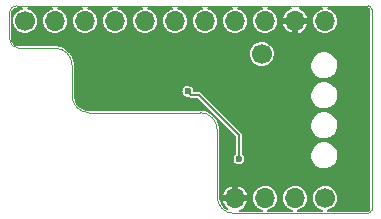
<source format=gbl>
G04 #@! TF.GenerationSoftware,KiCad,Pcbnew,6.0.0-d3dd2cf0fa~116~ubuntu20.04.1*
G04 #@! TF.CreationDate,2022-01-19T00:38:56+01:00*
G04 #@! TF.ProjectId,OtterPill-CAN,4f747465-7250-4696-9c6c-2d43414e2e6b,rev?*
G04 #@! TF.SameCoordinates,Original*
G04 #@! TF.FileFunction,Copper,L2,Bot*
G04 #@! TF.FilePolarity,Positive*
%FSLAX46Y46*%
G04 Gerber Fmt 4.6, Leading zero omitted, Abs format (unit mm)*
G04 Created by KiCad (PCBNEW 6.0.0-d3dd2cf0fa~116~ubuntu20.04.1) date 2022-01-19 00:38:56*
%MOMM*%
%LPD*%
G01*
G04 APERTURE LIST*
G04 #@! TA.AperFunction,Profile*
%ADD10C,0.050000*%
G04 #@! TD*
G04 #@! TA.AperFunction,ComponentPad*
%ADD11C,1.700000*%
G04 #@! TD*
G04 #@! TA.AperFunction,ComponentPad*
%ADD12O,1.700000X1.700000*%
G04 #@! TD*
G04 #@! TA.AperFunction,ViaPad*
%ADD13C,0.600000*%
G04 #@! TD*
G04 #@! TA.AperFunction,Conductor*
%ADD14C,0.157000*%
G04 #@! TD*
G04 APERTURE END LIST*
D10*
X62900000Y-37400000D02*
G75*
G03*
X63200000Y-37100000I0J300000D01*
G01*
X63200000Y-20100000D02*
G75*
G03*
X62900000Y-19800000I-300000J0D01*
G01*
X33140000Y-19800000D02*
G75*
G03*
X32530000Y-20410000I0J-610000D01*
G01*
X33320000Y-23405246D02*
X36404426Y-23405246D01*
X32530000Y-22615246D02*
G75*
G03*
X33320000Y-23405246I790000J0D01*
G01*
X37834459Y-24835279D02*
G75*
G03*
X36404426Y-23405246I-1430033J0D01*
G01*
X37834459Y-27430000D02*
X37834459Y-24835279D01*
X50115574Y-35969966D02*
G75*
G03*
X51545608Y-37400000I1430034J0D01*
G01*
X37834459Y-27430000D02*
G75*
G03*
X39264493Y-28860034I1430034J0D01*
G01*
X48685540Y-28860000D02*
X39264493Y-28860034D01*
X50115574Y-30290034D02*
G75*
G03*
X48685540Y-28860000I-1430034J0D01*
G01*
X50115574Y-35969966D02*
X50115574Y-30290034D01*
X32530000Y-20410000D02*
X32530000Y-22615246D01*
X62900000Y-19800000D02*
X33140000Y-19800000D01*
X63200000Y-20100000D02*
X63200000Y-37100000D01*
X51545608Y-37400000D02*
X62900000Y-37400000D01*
D11*
X53900000Y-23900000D03*
X59260000Y-36100000D03*
D12*
X56720000Y-36100000D03*
X54180000Y-36100000D03*
X51640000Y-36100000D03*
D11*
X33860000Y-21100000D03*
D12*
X36400000Y-21100000D03*
X38940000Y-21100000D03*
X41480000Y-21100000D03*
X44020000Y-21100000D03*
X46560000Y-21100000D03*
X49100000Y-21100000D03*
X51640000Y-21100000D03*
X54180000Y-21100000D03*
X56720000Y-21100000D03*
X59260000Y-21100000D03*
D13*
X57610000Y-27350000D03*
X57620000Y-29850000D03*
X56590000Y-27350000D03*
X56560000Y-29870000D03*
X58280000Y-28610000D03*
X45910000Y-25330000D03*
X46020000Y-27880000D03*
X42350000Y-23850000D03*
X46920000Y-23920000D03*
X56230000Y-24620000D03*
X53720000Y-27330000D03*
X53710000Y-29840000D03*
X40110000Y-23460000D03*
X38050000Y-23590000D03*
X39920000Y-28090000D03*
X54310000Y-33110000D03*
X57660000Y-33420000D03*
X51970000Y-32770000D03*
X47650000Y-27070000D03*
D14*
X47949999Y-27369999D02*
X48599999Y-27369999D01*
X47650000Y-27070000D02*
X47949999Y-27369999D01*
X51970000Y-30740000D02*
X51970000Y-32770000D01*
X48599999Y-27369999D02*
X51970000Y-30740000D01*
G04 #@! TA.AperFunction,Conductor*
G36*
X33687056Y-19975132D02*
G01*
X33713563Y-20021042D01*
X33704357Y-20073250D01*
X33659121Y-20108847D01*
X33584290Y-20130871D01*
X33480758Y-20161342D01*
X33305661Y-20252881D01*
X33302710Y-20255254D01*
X33302708Y-20255255D01*
X33243486Y-20302871D01*
X33151678Y-20376686D01*
X33149243Y-20379588D01*
X33149242Y-20379589D01*
X33031859Y-20519482D01*
X33024676Y-20528042D01*
X33022853Y-20531358D01*
X33022851Y-20531361D01*
X32958641Y-20648158D01*
X32929490Y-20701183D01*
X32869748Y-20889515D01*
X32847724Y-21085865D01*
X32864257Y-21282753D01*
X32918718Y-21472680D01*
X32940499Y-21515061D01*
X33007298Y-21645041D01*
X33007301Y-21645045D01*
X33009031Y-21648412D01*
X33131758Y-21803255D01*
X33134645Y-21805712D01*
X33134647Y-21805714D01*
X33169505Y-21835380D01*
X33282224Y-21931311D01*
X33454697Y-22027703D01*
X33458300Y-22028874D01*
X33458303Y-22028875D01*
X33499157Y-22042149D01*
X33642607Y-22088759D01*
X33646363Y-22089207D01*
X33646368Y-22089208D01*
X33752538Y-22101867D01*
X33838798Y-22112153D01*
X33937298Y-22104574D01*
X34032021Y-22097286D01*
X34032026Y-22097285D01*
X34035797Y-22096995D01*
X34150447Y-22064984D01*
X34222444Y-22044882D01*
X34222446Y-22044881D01*
X34226100Y-22043861D01*
X34402458Y-21954776D01*
X34558154Y-21833133D01*
X34687257Y-21683566D01*
X34784851Y-21511770D01*
X34793838Y-21484755D01*
X34846022Y-21327883D01*
X34846022Y-21327881D01*
X34847217Y-21324290D01*
X34852005Y-21286393D01*
X34858059Y-21238463D01*
X34871980Y-21128267D01*
X34872375Y-21100000D01*
X34853094Y-20903362D01*
X34795987Y-20714214D01*
X34703229Y-20539760D01*
X34586096Y-20396141D01*
X34580750Y-20389586D01*
X34580749Y-20389585D01*
X34578352Y-20386646D01*
X34575434Y-20384232D01*
X34575430Y-20384228D01*
X34429037Y-20263122D01*
X34426113Y-20260703D01*
X34252311Y-20166729D01*
X34231449Y-20160271D01*
X34085401Y-20115062D01*
X34064312Y-20108534D01*
X34022085Y-20076483D01*
X34010340Y-20024787D01*
X34034572Y-19977636D01*
X34087229Y-19957000D01*
X36177240Y-19957000D01*
X36227056Y-19975132D01*
X36253563Y-20021042D01*
X36244357Y-20073250D01*
X36199121Y-20108847D01*
X36124290Y-20130871D01*
X36020758Y-20161342D01*
X35845661Y-20252881D01*
X35842710Y-20255254D01*
X35842708Y-20255255D01*
X35783486Y-20302871D01*
X35691678Y-20376686D01*
X35689243Y-20379588D01*
X35689242Y-20379589D01*
X35571859Y-20519482D01*
X35564676Y-20528042D01*
X35562853Y-20531358D01*
X35562851Y-20531361D01*
X35498641Y-20648158D01*
X35469490Y-20701183D01*
X35409748Y-20889515D01*
X35387724Y-21085865D01*
X35404257Y-21282753D01*
X35458718Y-21472680D01*
X35480499Y-21515061D01*
X35547298Y-21645041D01*
X35547301Y-21645045D01*
X35549031Y-21648412D01*
X35671758Y-21803255D01*
X35674645Y-21805712D01*
X35674647Y-21805714D01*
X35709505Y-21835380D01*
X35822224Y-21931311D01*
X35994697Y-22027703D01*
X35998300Y-22028874D01*
X35998303Y-22028875D01*
X36039157Y-22042149D01*
X36182607Y-22088759D01*
X36186363Y-22089207D01*
X36186368Y-22089208D01*
X36292538Y-22101867D01*
X36378798Y-22112153D01*
X36477298Y-22104574D01*
X36572021Y-22097286D01*
X36572026Y-22097285D01*
X36575797Y-22096995D01*
X36690447Y-22064984D01*
X36762444Y-22044882D01*
X36762446Y-22044881D01*
X36766100Y-22043861D01*
X36942458Y-21954776D01*
X37098154Y-21833133D01*
X37227257Y-21683566D01*
X37324851Y-21511770D01*
X37333838Y-21484755D01*
X37386022Y-21327883D01*
X37386022Y-21327881D01*
X37387217Y-21324290D01*
X37392005Y-21286393D01*
X37398059Y-21238463D01*
X37411980Y-21128267D01*
X37412375Y-21100000D01*
X37393094Y-20903362D01*
X37335987Y-20714214D01*
X37243229Y-20539760D01*
X37126096Y-20396141D01*
X37120750Y-20389586D01*
X37120749Y-20389585D01*
X37118352Y-20386646D01*
X37115434Y-20384232D01*
X37115430Y-20384228D01*
X36969037Y-20263122D01*
X36966113Y-20260703D01*
X36792311Y-20166729D01*
X36771449Y-20160271D01*
X36625401Y-20115062D01*
X36604312Y-20108534D01*
X36562085Y-20076483D01*
X36550340Y-20024787D01*
X36574572Y-19977636D01*
X36627229Y-19957000D01*
X38717240Y-19957000D01*
X38767056Y-19975132D01*
X38793563Y-20021042D01*
X38784357Y-20073250D01*
X38739121Y-20108847D01*
X38664290Y-20130871D01*
X38560758Y-20161342D01*
X38385661Y-20252881D01*
X38382710Y-20255254D01*
X38382708Y-20255255D01*
X38323486Y-20302871D01*
X38231678Y-20376686D01*
X38229243Y-20379588D01*
X38229242Y-20379589D01*
X38111859Y-20519482D01*
X38104676Y-20528042D01*
X38102853Y-20531358D01*
X38102851Y-20531361D01*
X38038641Y-20648158D01*
X38009490Y-20701183D01*
X37949748Y-20889515D01*
X37927724Y-21085865D01*
X37944257Y-21282753D01*
X37998718Y-21472680D01*
X38020499Y-21515061D01*
X38087298Y-21645041D01*
X38087301Y-21645045D01*
X38089031Y-21648412D01*
X38211758Y-21803255D01*
X38214645Y-21805712D01*
X38214647Y-21805714D01*
X38249505Y-21835380D01*
X38362224Y-21931311D01*
X38534697Y-22027703D01*
X38538300Y-22028874D01*
X38538303Y-22028875D01*
X38579157Y-22042149D01*
X38722607Y-22088759D01*
X38726363Y-22089207D01*
X38726368Y-22089208D01*
X38832538Y-22101867D01*
X38918798Y-22112153D01*
X39017298Y-22104574D01*
X39112021Y-22097286D01*
X39112026Y-22097285D01*
X39115797Y-22096995D01*
X39230447Y-22064984D01*
X39302444Y-22044882D01*
X39302446Y-22044881D01*
X39306100Y-22043861D01*
X39482458Y-21954776D01*
X39638154Y-21833133D01*
X39767257Y-21683566D01*
X39864851Y-21511770D01*
X39873838Y-21484755D01*
X39926022Y-21327883D01*
X39926022Y-21327881D01*
X39927217Y-21324290D01*
X39932005Y-21286393D01*
X39938059Y-21238463D01*
X39951980Y-21128267D01*
X39952375Y-21100000D01*
X39933094Y-20903362D01*
X39875987Y-20714214D01*
X39783229Y-20539760D01*
X39666096Y-20396141D01*
X39660750Y-20389586D01*
X39660749Y-20389585D01*
X39658352Y-20386646D01*
X39655434Y-20384232D01*
X39655430Y-20384228D01*
X39509037Y-20263122D01*
X39506113Y-20260703D01*
X39332311Y-20166729D01*
X39311449Y-20160271D01*
X39165401Y-20115062D01*
X39144312Y-20108534D01*
X39102085Y-20076483D01*
X39090340Y-20024787D01*
X39114572Y-19977636D01*
X39167229Y-19957000D01*
X41257240Y-19957000D01*
X41307056Y-19975132D01*
X41333563Y-20021042D01*
X41324357Y-20073250D01*
X41279121Y-20108847D01*
X41204290Y-20130871D01*
X41100758Y-20161342D01*
X40925661Y-20252881D01*
X40922710Y-20255254D01*
X40922708Y-20255255D01*
X40863486Y-20302871D01*
X40771678Y-20376686D01*
X40769243Y-20379588D01*
X40769242Y-20379589D01*
X40651859Y-20519482D01*
X40644676Y-20528042D01*
X40642853Y-20531358D01*
X40642851Y-20531361D01*
X40578641Y-20648158D01*
X40549490Y-20701183D01*
X40489748Y-20889515D01*
X40467724Y-21085865D01*
X40484257Y-21282753D01*
X40538718Y-21472680D01*
X40560499Y-21515061D01*
X40627298Y-21645041D01*
X40627301Y-21645045D01*
X40629031Y-21648412D01*
X40751758Y-21803255D01*
X40754645Y-21805712D01*
X40754647Y-21805714D01*
X40789505Y-21835380D01*
X40902224Y-21931311D01*
X41074697Y-22027703D01*
X41078300Y-22028874D01*
X41078303Y-22028875D01*
X41119157Y-22042149D01*
X41262607Y-22088759D01*
X41266363Y-22089207D01*
X41266368Y-22089208D01*
X41372538Y-22101867D01*
X41458798Y-22112153D01*
X41557298Y-22104574D01*
X41652021Y-22097286D01*
X41652026Y-22097285D01*
X41655797Y-22096995D01*
X41770447Y-22064984D01*
X41842444Y-22044882D01*
X41842446Y-22044881D01*
X41846100Y-22043861D01*
X42022458Y-21954776D01*
X42178154Y-21833133D01*
X42307257Y-21683566D01*
X42404851Y-21511770D01*
X42413838Y-21484755D01*
X42466022Y-21327883D01*
X42466022Y-21327881D01*
X42467217Y-21324290D01*
X42472005Y-21286393D01*
X42478059Y-21238463D01*
X42491980Y-21128267D01*
X42492375Y-21100000D01*
X42473094Y-20903362D01*
X42415987Y-20714214D01*
X42323229Y-20539760D01*
X42206096Y-20396141D01*
X42200750Y-20389586D01*
X42200749Y-20389585D01*
X42198352Y-20386646D01*
X42195434Y-20384232D01*
X42195430Y-20384228D01*
X42049037Y-20263122D01*
X42046113Y-20260703D01*
X41872311Y-20166729D01*
X41851449Y-20160271D01*
X41705401Y-20115062D01*
X41684312Y-20108534D01*
X41642085Y-20076483D01*
X41630340Y-20024787D01*
X41654572Y-19977636D01*
X41707229Y-19957000D01*
X43797240Y-19957000D01*
X43847056Y-19975132D01*
X43873563Y-20021042D01*
X43864357Y-20073250D01*
X43819121Y-20108847D01*
X43744290Y-20130871D01*
X43640758Y-20161342D01*
X43465661Y-20252881D01*
X43462710Y-20255254D01*
X43462708Y-20255255D01*
X43403486Y-20302871D01*
X43311678Y-20376686D01*
X43309243Y-20379588D01*
X43309242Y-20379589D01*
X43191859Y-20519482D01*
X43184676Y-20528042D01*
X43182853Y-20531358D01*
X43182851Y-20531361D01*
X43118641Y-20648158D01*
X43089490Y-20701183D01*
X43029748Y-20889515D01*
X43007724Y-21085865D01*
X43024257Y-21282753D01*
X43078718Y-21472680D01*
X43100499Y-21515061D01*
X43167298Y-21645041D01*
X43167301Y-21645045D01*
X43169031Y-21648412D01*
X43291758Y-21803255D01*
X43294645Y-21805712D01*
X43294647Y-21805714D01*
X43329505Y-21835380D01*
X43442224Y-21931311D01*
X43614697Y-22027703D01*
X43618300Y-22028874D01*
X43618303Y-22028875D01*
X43659157Y-22042149D01*
X43802607Y-22088759D01*
X43806363Y-22089207D01*
X43806368Y-22089208D01*
X43912538Y-22101867D01*
X43998798Y-22112153D01*
X44097298Y-22104574D01*
X44192021Y-22097286D01*
X44192026Y-22097285D01*
X44195797Y-22096995D01*
X44310447Y-22064984D01*
X44382444Y-22044882D01*
X44382446Y-22044881D01*
X44386100Y-22043861D01*
X44562458Y-21954776D01*
X44718154Y-21833133D01*
X44847257Y-21683566D01*
X44944851Y-21511770D01*
X44953838Y-21484755D01*
X45006022Y-21327883D01*
X45006022Y-21327881D01*
X45007217Y-21324290D01*
X45012005Y-21286393D01*
X45018059Y-21238463D01*
X45031980Y-21128267D01*
X45032375Y-21100000D01*
X45013094Y-20903362D01*
X44955987Y-20714214D01*
X44863229Y-20539760D01*
X44746096Y-20396141D01*
X44740750Y-20389586D01*
X44740749Y-20389585D01*
X44738352Y-20386646D01*
X44735434Y-20384232D01*
X44735430Y-20384228D01*
X44589037Y-20263122D01*
X44586113Y-20260703D01*
X44412311Y-20166729D01*
X44391449Y-20160271D01*
X44245401Y-20115062D01*
X44224312Y-20108534D01*
X44182085Y-20076483D01*
X44170340Y-20024787D01*
X44194572Y-19977636D01*
X44247229Y-19957000D01*
X46337240Y-19957000D01*
X46387056Y-19975132D01*
X46413563Y-20021042D01*
X46404357Y-20073250D01*
X46359121Y-20108847D01*
X46284290Y-20130871D01*
X46180758Y-20161342D01*
X46005661Y-20252881D01*
X46002710Y-20255254D01*
X46002708Y-20255255D01*
X45943486Y-20302871D01*
X45851678Y-20376686D01*
X45849243Y-20379588D01*
X45849242Y-20379589D01*
X45731859Y-20519482D01*
X45724676Y-20528042D01*
X45722853Y-20531358D01*
X45722851Y-20531361D01*
X45658641Y-20648158D01*
X45629490Y-20701183D01*
X45569748Y-20889515D01*
X45547724Y-21085865D01*
X45564257Y-21282753D01*
X45618718Y-21472680D01*
X45640499Y-21515061D01*
X45707298Y-21645041D01*
X45707301Y-21645045D01*
X45709031Y-21648412D01*
X45831758Y-21803255D01*
X45834645Y-21805712D01*
X45834647Y-21805714D01*
X45869505Y-21835380D01*
X45982224Y-21931311D01*
X46154697Y-22027703D01*
X46158300Y-22028874D01*
X46158303Y-22028875D01*
X46199157Y-22042149D01*
X46342607Y-22088759D01*
X46346363Y-22089207D01*
X46346368Y-22089208D01*
X46452538Y-22101867D01*
X46538798Y-22112153D01*
X46637298Y-22104574D01*
X46732021Y-22097286D01*
X46732026Y-22097285D01*
X46735797Y-22096995D01*
X46850447Y-22064984D01*
X46922444Y-22044882D01*
X46922446Y-22044881D01*
X46926100Y-22043861D01*
X47102458Y-21954776D01*
X47258154Y-21833133D01*
X47387257Y-21683566D01*
X47484851Y-21511770D01*
X47493838Y-21484755D01*
X47546022Y-21327883D01*
X47546022Y-21327881D01*
X47547217Y-21324290D01*
X47552005Y-21286393D01*
X47558059Y-21238463D01*
X47571980Y-21128267D01*
X47572375Y-21100000D01*
X47553094Y-20903362D01*
X47495987Y-20714214D01*
X47403229Y-20539760D01*
X47286096Y-20396141D01*
X47280750Y-20389586D01*
X47280749Y-20389585D01*
X47278352Y-20386646D01*
X47275434Y-20384232D01*
X47275430Y-20384228D01*
X47129037Y-20263122D01*
X47126113Y-20260703D01*
X46952311Y-20166729D01*
X46931449Y-20160271D01*
X46785401Y-20115062D01*
X46764312Y-20108534D01*
X46722085Y-20076483D01*
X46710340Y-20024787D01*
X46734572Y-19977636D01*
X46787229Y-19957000D01*
X48877240Y-19957000D01*
X48927056Y-19975132D01*
X48953563Y-20021042D01*
X48944357Y-20073250D01*
X48899121Y-20108847D01*
X48824290Y-20130871D01*
X48720758Y-20161342D01*
X48545661Y-20252881D01*
X48542710Y-20255254D01*
X48542708Y-20255255D01*
X48483486Y-20302871D01*
X48391678Y-20376686D01*
X48389243Y-20379588D01*
X48389242Y-20379589D01*
X48271859Y-20519482D01*
X48264676Y-20528042D01*
X48262853Y-20531358D01*
X48262851Y-20531361D01*
X48198641Y-20648158D01*
X48169490Y-20701183D01*
X48109748Y-20889515D01*
X48087724Y-21085865D01*
X48104257Y-21282753D01*
X48158718Y-21472680D01*
X48180499Y-21515061D01*
X48247298Y-21645041D01*
X48247301Y-21645045D01*
X48249031Y-21648412D01*
X48371758Y-21803255D01*
X48374645Y-21805712D01*
X48374647Y-21805714D01*
X48409505Y-21835380D01*
X48522224Y-21931311D01*
X48694697Y-22027703D01*
X48698300Y-22028874D01*
X48698303Y-22028875D01*
X48739157Y-22042149D01*
X48882607Y-22088759D01*
X48886363Y-22089207D01*
X48886368Y-22089208D01*
X48992538Y-22101867D01*
X49078798Y-22112153D01*
X49177298Y-22104574D01*
X49272021Y-22097286D01*
X49272026Y-22097285D01*
X49275797Y-22096995D01*
X49390447Y-22064984D01*
X49462444Y-22044882D01*
X49462446Y-22044881D01*
X49466100Y-22043861D01*
X49642458Y-21954776D01*
X49798154Y-21833133D01*
X49927257Y-21683566D01*
X50024851Y-21511770D01*
X50033838Y-21484755D01*
X50086022Y-21327883D01*
X50086022Y-21327881D01*
X50087217Y-21324290D01*
X50092005Y-21286393D01*
X50098059Y-21238463D01*
X50111980Y-21128267D01*
X50112375Y-21100000D01*
X50093094Y-20903362D01*
X50035987Y-20714214D01*
X49943229Y-20539760D01*
X49826096Y-20396141D01*
X49820750Y-20389586D01*
X49820749Y-20389585D01*
X49818352Y-20386646D01*
X49815434Y-20384232D01*
X49815430Y-20384228D01*
X49669037Y-20263122D01*
X49666113Y-20260703D01*
X49492311Y-20166729D01*
X49471449Y-20160271D01*
X49325401Y-20115062D01*
X49304312Y-20108534D01*
X49262085Y-20076483D01*
X49250340Y-20024787D01*
X49274572Y-19977636D01*
X49327229Y-19957000D01*
X51417240Y-19957000D01*
X51467056Y-19975132D01*
X51493563Y-20021042D01*
X51484357Y-20073250D01*
X51439121Y-20108847D01*
X51364290Y-20130871D01*
X51260758Y-20161342D01*
X51085661Y-20252881D01*
X51082710Y-20255254D01*
X51082708Y-20255255D01*
X51023486Y-20302871D01*
X50931678Y-20376686D01*
X50929243Y-20379588D01*
X50929242Y-20379589D01*
X50811859Y-20519482D01*
X50804676Y-20528042D01*
X50802853Y-20531358D01*
X50802851Y-20531361D01*
X50738641Y-20648158D01*
X50709490Y-20701183D01*
X50649748Y-20889515D01*
X50627724Y-21085865D01*
X50644257Y-21282753D01*
X50698718Y-21472680D01*
X50720499Y-21515061D01*
X50787298Y-21645041D01*
X50787301Y-21645045D01*
X50789031Y-21648412D01*
X50911758Y-21803255D01*
X50914645Y-21805712D01*
X50914647Y-21805714D01*
X50949505Y-21835380D01*
X51062224Y-21931311D01*
X51234697Y-22027703D01*
X51238300Y-22028874D01*
X51238303Y-22028875D01*
X51279157Y-22042149D01*
X51422607Y-22088759D01*
X51426363Y-22089207D01*
X51426368Y-22089208D01*
X51532538Y-22101867D01*
X51618798Y-22112153D01*
X51717298Y-22104574D01*
X51812021Y-22097286D01*
X51812026Y-22097285D01*
X51815797Y-22096995D01*
X51930447Y-22064984D01*
X52002444Y-22044882D01*
X52002446Y-22044881D01*
X52006100Y-22043861D01*
X52182458Y-21954776D01*
X52338154Y-21833133D01*
X52467257Y-21683566D01*
X52564851Y-21511770D01*
X52573838Y-21484755D01*
X52626022Y-21327883D01*
X52626022Y-21327881D01*
X52627217Y-21324290D01*
X52632005Y-21286393D01*
X52638059Y-21238463D01*
X52651980Y-21128267D01*
X52652375Y-21100000D01*
X52633094Y-20903362D01*
X52575987Y-20714214D01*
X52483229Y-20539760D01*
X52366096Y-20396141D01*
X52360750Y-20389586D01*
X52360749Y-20389585D01*
X52358352Y-20386646D01*
X52355434Y-20384232D01*
X52355430Y-20384228D01*
X52209037Y-20263122D01*
X52206113Y-20260703D01*
X52032311Y-20166729D01*
X52011449Y-20160271D01*
X51865401Y-20115062D01*
X51844312Y-20108534D01*
X51802085Y-20076483D01*
X51790340Y-20024787D01*
X51814572Y-19977636D01*
X51867229Y-19957000D01*
X53957240Y-19957000D01*
X54007056Y-19975132D01*
X54033563Y-20021042D01*
X54024357Y-20073250D01*
X53979121Y-20108847D01*
X53904290Y-20130871D01*
X53800758Y-20161342D01*
X53625661Y-20252881D01*
X53622710Y-20255254D01*
X53622708Y-20255255D01*
X53563486Y-20302871D01*
X53471678Y-20376686D01*
X53469243Y-20379588D01*
X53469242Y-20379589D01*
X53351859Y-20519482D01*
X53344676Y-20528042D01*
X53342853Y-20531358D01*
X53342851Y-20531361D01*
X53278641Y-20648158D01*
X53249490Y-20701183D01*
X53189748Y-20889515D01*
X53167724Y-21085865D01*
X53184257Y-21282753D01*
X53238718Y-21472680D01*
X53260499Y-21515061D01*
X53327298Y-21645041D01*
X53327301Y-21645045D01*
X53329031Y-21648412D01*
X53451758Y-21803255D01*
X53454645Y-21805712D01*
X53454647Y-21805714D01*
X53489505Y-21835380D01*
X53602224Y-21931311D01*
X53774697Y-22027703D01*
X53778300Y-22028874D01*
X53778303Y-22028875D01*
X53819157Y-22042149D01*
X53962607Y-22088759D01*
X53966363Y-22089207D01*
X53966368Y-22089208D01*
X54072538Y-22101867D01*
X54158798Y-22112153D01*
X54257298Y-22104574D01*
X54352021Y-22097286D01*
X54352026Y-22097285D01*
X54355797Y-22096995D01*
X54470447Y-22064984D01*
X54542444Y-22044882D01*
X54542446Y-22044881D01*
X54546100Y-22043861D01*
X54722458Y-21954776D01*
X54878154Y-21833133D01*
X55007257Y-21683566D01*
X55104851Y-21511770D01*
X55113838Y-21484755D01*
X55155534Y-21359411D01*
X55702744Y-21359411D01*
X55702905Y-21362488D01*
X55737965Y-21484755D01*
X55740744Y-21491774D01*
X55831401Y-21668174D01*
X55835490Y-21674518D01*
X55958682Y-21829948D01*
X55963927Y-21835380D01*
X56114963Y-21963921D01*
X56121162Y-21968229D01*
X56294284Y-22064984D01*
X56301209Y-22068010D01*
X56453003Y-22117330D01*
X56464138Y-22116941D01*
X56464963Y-22116198D01*
X56466000Y-22112038D01*
X56466000Y-22105622D01*
X56974000Y-22105622D01*
X56977811Y-22116092D01*
X56979539Y-22117089D01*
X56982371Y-22116951D01*
X57097887Y-22084698D01*
X57104932Y-22081965D01*
X57281956Y-21992544D01*
X57288327Y-21988501D01*
X57444618Y-21866393D01*
X57450082Y-21861190D01*
X57579677Y-21711053D01*
X57584027Y-21704887D01*
X57681993Y-21532433D01*
X57685059Y-21525548D01*
X57737812Y-21366967D01*
X57737501Y-21355831D01*
X57736861Y-21355110D01*
X57732474Y-21354000D01*
X56987666Y-21354000D01*
X56977196Y-21357811D01*
X56974000Y-21363347D01*
X56974000Y-22105622D01*
X56466000Y-22105622D01*
X56466000Y-21367666D01*
X56462189Y-21357196D01*
X56456653Y-21354000D01*
X55714137Y-21354000D01*
X55703667Y-21357811D01*
X55702744Y-21359411D01*
X55155534Y-21359411D01*
X55166022Y-21327883D01*
X55166022Y-21327881D01*
X55167217Y-21324290D01*
X55172005Y-21286393D01*
X55178059Y-21238463D01*
X55191980Y-21128267D01*
X55192375Y-21100000D01*
X55173094Y-20903362D01*
X55115987Y-20714214D01*
X55023229Y-20539760D01*
X54906096Y-20396141D01*
X54900750Y-20389586D01*
X54900749Y-20389585D01*
X54898352Y-20386646D01*
X54895434Y-20384232D01*
X54895430Y-20384228D01*
X54749037Y-20263122D01*
X54746113Y-20260703D01*
X54572311Y-20166729D01*
X54551449Y-20160271D01*
X54405401Y-20115062D01*
X54384312Y-20108534D01*
X54342085Y-20076483D01*
X54330340Y-20024787D01*
X54354572Y-19977636D01*
X54407229Y-19957000D01*
X56346705Y-19957000D01*
X56396521Y-19975132D01*
X56423028Y-20021042D01*
X56413822Y-20073250D01*
X56368586Y-20108847D01*
X56328397Y-20120675D01*
X56321402Y-20123502D01*
X56145630Y-20215393D01*
X56139328Y-20219516D01*
X55984748Y-20343802D01*
X55979364Y-20349075D01*
X55851875Y-20501010D01*
X55847613Y-20507233D01*
X55752065Y-20681036D01*
X55749091Y-20687976D01*
X55703094Y-20832974D01*
X55703561Y-20844105D01*
X55704410Y-20845035D01*
X55708340Y-20846000D01*
X57726507Y-20846000D01*
X57736977Y-20842189D01*
X57737753Y-20840846D01*
X57737541Y-20837282D01*
X57696568Y-20701572D01*
X57693689Y-20694589D01*
X57600583Y-20519482D01*
X57596397Y-20513182D01*
X57471053Y-20359494D01*
X57465733Y-20354136D01*
X57312918Y-20227717D01*
X57306657Y-20223494D01*
X57132189Y-20129160D01*
X57125242Y-20126240D01*
X57068043Y-20108534D01*
X57025816Y-20076482D01*
X57014071Y-20024787D01*
X57038303Y-19977636D01*
X57090960Y-19957000D01*
X59037240Y-19957000D01*
X59087056Y-19975132D01*
X59113563Y-20021042D01*
X59104357Y-20073250D01*
X59059121Y-20108847D01*
X58984290Y-20130871D01*
X58880758Y-20161342D01*
X58705661Y-20252881D01*
X58702710Y-20255254D01*
X58702708Y-20255255D01*
X58643486Y-20302871D01*
X58551678Y-20376686D01*
X58549243Y-20379588D01*
X58549242Y-20379589D01*
X58431859Y-20519482D01*
X58424676Y-20528042D01*
X58422853Y-20531358D01*
X58422851Y-20531361D01*
X58358641Y-20648158D01*
X58329490Y-20701183D01*
X58269748Y-20889515D01*
X58247724Y-21085865D01*
X58264257Y-21282753D01*
X58318718Y-21472680D01*
X58340499Y-21515061D01*
X58407298Y-21645041D01*
X58407301Y-21645045D01*
X58409031Y-21648412D01*
X58531758Y-21803255D01*
X58534645Y-21805712D01*
X58534647Y-21805714D01*
X58569505Y-21835380D01*
X58682224Y-21931311D01*
X58854697Y-22027703D01*
X58858300Y-22028874D01*
X58858303Y-22028875D01*
X58899157Y-22042149D01*
X59042607Y-22088759D01*
X59046363Y-22089207D01*
X59046368Y-22089208D01*
X59152538Y-22101867D01*
X59238798Y-22112153D01*
X59337298Y-22104574D01*
X59432021Y-22097286D01*
X59432026Y-22097285D01*
X59435797Y-22096995D01*
X59550447Y-22064984D01*
X59622444Y-22044882D01*
X59622446Y-22044881D01*
X59626100Y-22043861D01*
X59802458Y-21954776D01*
X59958154Y-21833133D01*
X60087257Y-21683566D01*
X60184851Y-21511770D01*
X60193838Y-21484755D01*
X60246022Y-21327883D01*
X60246022Y-21327881D01*
X60247217Y-21324290D01*
X60252005Y-21286393D01*
X60258059Y-21238463D01*
X60271980Y-21128267D01*
X60272375Y-21100000D01*
X60253094Y-20903362D01*
X60195987Y-20714214D01*
X60103229Y-20539760D01*
X59986096Y-20396141D01*
X59980750Y-20389586D01*
X59980749Y-20389585D01*
X59978352Y-20386646D01*
X59975434Y-20384232D01*
X59975430Y-20384228D01*
X59829037Y-20263122D01*
X59826113Y-20260703D01*
X59652311Y-20166729D01*
X59631449Y-20160271D01*
X59485401Y-20115062D01*
X59464312Y-20108534D01*
X59422085Y-20076483D01*
X59410340Y-20024787D01*
X59434572Y-19977636D01*
X59487229Y-19957000D01*
X62869129Y-19957000D01*
X62889187Y-19959641D01*
X62890141Y-19959897D01*
X62890144Y-19959897D01*
X62900000Y-19962538D01*
X62909070Y-19960107D01*
X62922052Y-19961386D01*
X62939608Y-19964879D01*
X62967541Y-19976450D01*
X62988298Y-19990319D01*
X63009681Y-20011702D01*
X63023550Y-20032459D01*
X63035121Y-20060392D01*
X63038614Y-20077948D01*
X63039893Y-20090930D01*
X63037462Y-20100000D01*
X63040103Y-20109856D01*
X63040103Y-20109859D01*
X63040359Y-20110813D01*
X63043000Y-20130871D01*
X63043000Y-37069129D01*
X63040359Y-37089187D01*
X63040103Y-37090141D01*
X63040103Y-37090144D01*
X63037462Y-37100000D01*
X63039893Y-37109070D01*
X63038614Y-37122052D01*
X63035121Y-37139608D01*
X63023550Y-37167541D01*
X63009681Y-37188298D01*
X62988298Y-37209681D01*
X62967541Y-37223550D01*
X62939608Y-37235121D01*
X62922052Y-37238614D01*
X62909070Y-37239893D01*
X62900000Y-37237462D01*
X62890144Y-37240103D01*
X62890141Y-37240103D01*
X62889187Y-37240359D01*
X62869129Y-37243000D01*
X59478629Y-37243000D01*
X59428813Y-37224868D01*
X59402306Y-37178958D01*
X59411512Y-37126750D01*
X59452122Y-37092674D01*
X59457788Y-37090855D01*
X59622444Y-37044882D01*
X59622446Y-37044881D01*
X59626100Y-37043861D01*
X59802458Y-36954776D01*
X59958154Y-36833133D01*
X60022706Y-36758349D01*
X60084780Y-36686436D01*
X60084781Y-36686434D01*
X60087257Y-36683566D01*
X60184851Y-36511770D01*
X60193838Y-36484755D01*
X60246022Y-36327883D01*
X60246022Y-36327881D01*
X60247217Y-36324290D01*
X60252005Y-36286393D01*
X60266820Y-36169113D01*
X60271980Y-36128267D01*
X60272375Y-36100000D01*
X60253094Y-35903362D01*
X60195987Y-35714214D01*
X60103229Y-35539760D01*
X59978352Y-35386646D01*
X59975434Y-35384232D01*
X59975430Y-35384228D01*
X59829037Y-35263122D01*
X59826113Y-35260703D01*
X59652311Y-35166729D01*
X59640584Y-35163099D01*
X59467185Y-35109423D01*
X59467182Y-35109422D01*
X59463566Y-35108303D01*
X59414987Y-35103197D01*
X59270840Y-35088046D01*
X59270835Y-35088046D01*
X59267068Y-35087650D01*
X59070300Y-35105557D01*
X58880758Y-35161342D01*
X58705661Y-35252881D01*
X58702710Y-35255254D01*
X58702708Y-35255255D01*
X58592578Y-35343802D01*
X58551678Y-35376686D01*
X58549243Y-35379588D01*
X58549242Y-35379589D01*
X58431859Y-35519482D01*
X58424676Y-35528042D01*
X58422853Y-35531358D01*
X58422851Y-35531361D01*
X58358641Y-35648158D01*
X58329490Y-35701183D01*
X58269748Y-35889515D01*
X58247724Y-36085865D01*
X58264257Y-36282753D01*
X58318718Y-36472680D01*
X58340499Y-36515061D01*
X58407298Y-36645041D01*
X58407301Y-36645045D01*
X58409031Y-36648412D01*
X58531758Y-36803255D01*
X58534645Y-36805712D01*
X58534647Y-36805714D01*
X58569505Y-36835380D01*
X58682224Y-36931311D01*
X58854697Y-37027703D01*
X58858300Y-37028874D01*
X58858303Y-37028875D01*
X59039006Y-37087589D01*
X59042607Y-37088759D01*
X59046367Y-37089207D01*
X59049099Y-37089808D01*
X59093860Y-37118213D01*
X59109890Y-37168745D01*
X59089689Y-37217758D01*
X59042709Y-37242319D01*
X59032458Y-37243000D01*
X56938629Y-37243000D01*
X56888813Y-37224868D01*
X56862306Y-37178958D01*
X56871512Y-37126750D01*
X56912122Y-37092674D01*
X56917788Y-37090855D01*
X57082444Y-37044882D01*
X57082446Y-37044881D01*
X57086100Y-37043861D01*
X57262458Y-36954776D01*
X57418154Y-36833133D01*
X57482706Y-36758349D01*
X57544780Y-36686436D01*
X57544781Y-36686434D01*
X57547257Y-36683566D01*
X57644851Y-36511770D01*
X57653838Y-36484755D01*
X57706022Y-36327883D01*
X57706022Y-36327881D01*
X57707217Y-36324290D01*
X57712005Y-36286393D01*
X57726820Y-36169113D01*
X57731980Y-36128267D01*
X57732375Y-36100000D01*
X57713094Y-35903362D01*
X57655987Y-35714214D01*
X57563229Y-35539760D01*
X57438352Y-35386646D01*
X57435434Y-35384232D01*
X57435430Y-35384228D01*
X57289037Y-35263122D01*
X57286113Y-35260703D01*
X57112311Y-35166729D01*
X57100584Y-35163099D01*
X56927185Y-35109423D01*
X56927182Y-35109422D01*
X56923566Y-35108303D01*
X56874987Y-35103197D01*
X56730840Y-35088046D01*
X56730835Y-35088046D01*
X56727068Y-35087650D01*
X56530300Y-35105557D01*
X56340758Y-35161342D01*
X56165661Y-35252881D01*
X56162710Y-35255254D01*
X56162708Y-35255255D01*
X56052578Y-35343802D01*
X56011678Y-35376686D01*
X56009243Y-35379588D01*
X56009242Y-35379589D01*
X55891859Y-35519482D01*
X55884676Y-35528042D01*
X55882853Y-35531358D01*
X55882851Y-35531361D01*
X55818641Y-35648158D01*
X55789490Y-35701183D01*
X55729748Y-35889515D01*
X55707724Y-36085865D01*
X55724257Y-36282753D01*
X55778718Y-36472680D01*
X55800499Y-36515061D01*
X55867298Y-36645041D01*
X55867301Y-36645045D01*
X55869031Y-36648412D01*
X55991758Y-36803255D01*
X55994645Y-36805712D01*
X55994647Y-36805714D01*
X56029505Y-36835380D01*
X56142224Y-36931311D01*
X56314697Y-37027703D01*
X56318300Y-37028874D01*
X56318303Y-37028875D01*
X56499006Y-37087589D01*
X56502607Y-37088759D01*
X56506367Y-37089207D01*
X56509099Y-37089808D01*
X56553860Y-37118213D01*
X56569890Y-37168745D01*
X56549689Y-37217758D01*
X56502709Y-37242319D01*
X56492458Y-37243000D01*
X54398629Y-37243000D01*
X54348813Y-37224868D01*
X54322306Y-37178958D01*
X54331512Y-37126750D01*
X54372122Y-37092674D01*
X54377788Y-37090855D01*
X54542444Y-37044882D01*
X54542446Y-37044881D01*
X54546100Y-37043861D01*
X54722458Y-36954776D01*
X54878154Y-36833133D01*
X54942706Y-36758349D01*
X55004780Y-36686436D01*
X55004781Y-36686434D01*
X55007257Y-36683566D01*
X55104851Y-36511770D01*
X55113838Y-36484755D01*
X55166022Y-36327883D01*
X55166022Y-36327881D01*
X55167217Y-36324290D01*
X55172005Y-36286393D01*
X55186820Y-36169113D01*
X55191980Y-36128267D01*
X55192375Y-36100000D01*
X55173094Y-35903362D01*
X55115987Y-35714214D01*
X55023229Y-35539760D01*
X54898352Y-35386646D01*
X54895434Y-35384232D01*
X54895430Y-35384228D01*
X54749037Y-35263122D01*
X54746113Y-35260703D01*
X54572311Y-35166729D01*
X54560584Y-35163099D01*
X54387185Y-35109423D01*
X54387182Y-35109422D01*
X54383566Y-35108303D01*
X54334987Y-35103197D01*
X54190840Y-35088046D01*
X54190835Y-35088046D01*
X54187068Y-35087650D01*
X53990300Y-35105557D01*
X53800758Y-35161342D01*
X53625661Y-35252881D01*
X53622710Y-35255254D01*
X53622708Y-35255255D01*
X53512578Y-35343802D01*
X53471678Y-35376686D01*
X53469243Y-35379588D01*
X53469242Y-35379589D01*
X53351859Y-35519482D01*
X53344676Y-35528042D01*
X53342853Y-35531358D01*
X53342851Y-35531361D01*
X53278641Y-35648158D01*
X53249490Y-35701183D01*
X53189748Y-35889515D01*
X53167724Y-36085865D01*
X53184257Y-36282753D01*
X53238718Y-36472680D01*
X53260499Y-36515061D01*
X53327298Y-36645041D01*
X53327301Y-36645045D01*
X53329031Y-36648412D01*
X53451758Y-36803255D01*
X53454645Y-36805712D01*
X53454647Y-36805714D01*
X53489505Y-36835380D01*
X53602224Y-36931311D01*
X53774697Y-37027703D01*
X53778300Y-37028874D01*
X53778303Y-37028875D01*
X53959006Y-37087589D01*
X53962607Y-37088759D01*
X53966367Y-37089207D01*
X53969099Y-37089808D01*
X54013860Y-37118213D01*
X54029890Y-37168745D01*
X54009689Y-37217758D01*
X53962709Y-37242319D01*
X53952458Y-37243000D01*
X52016675Y-37243000D01*
X51966859Y-37224868D01*
X51940352Y-37178958D01*
X51949558Y-37126750D01*
X51990168Y-37092674D01*
X51995834Y-37090855D01*
X52017887Y-37084698D01*
X52024932Y-37081965D01*
X52201956Y-36992544D01*
X52208327Y-36988501D01*
X52364618Y-36866393D01*
X52370082Y-36861190D01*
X52499677Y-36711053D01*
X52504027Y-36704887D01*
X52601993Y-36532433D01*
X52605059Y-36525548D01*
X52657812Y-36366967D01*
X52657501Y-36355831D01*
X52656861Y-36355110D01*
X52652474Y-36354000D01*
X50634137Y-36354000D01*
X50623667Y-36357811D01*
X50622744Y-36359411D01*
X50622905Y-36362488D01*
X50657965Y-36484755D01*
X50660744Y-36491774D01*
X50751401Y-36668174D01*
X50755490Y-36674518D01*
X50878682Y-36829948D01*
X50883927Y-36835380D01*
X51037851Y-36966379D01*
X51036990Y-36967391D01*
X51064695Y-37006671D01*
X51060255Y-37059498D01*
X51022897Y-37097112D01*
X50970102Y-37101912D01*
X50949411Y-37093064D01*
X50945807Y-37090855D01*
X50802536Y-37003058D01*
X50792698Y-36995910D01*
X50650075Y-36874098D01*
X50641476Y-36865499D01*
X50519664Y-36722876D01*
X50512516Y-36713038D01*
X50470847Y-36645041D01*
X50414512Y-36553111D01*
X50408993Y-36542280D01*
X50337215Y-36368989D01*
X50333457Y-36357424D01*
X50333075Y-36355831D01*
X50289670Y-36175038D01*
X50287768Y-36163029D01*
X50274876Y-35999218D01*
X50275721Y-35990026D01*
X50275471Y-35990026D01*
X50275471Y-35979822D01*
X50278112Y-35969966D01*
X50275215Y-35959153D01*
X50272574Y-35939095D01*
X50272574Y-35832974D01*
X50623094Y-35832974D01*
X50623561Y-35844105D01*
X50624410Y-35845035D01*
X50628340Y-35846000D01*
X51372334Y-35846000D01*
X51382804Y-35842189D01*
X51386000Y-35836653D01*
X51386000Y-35832334D01*
X51894000Y-35832334D01*
X51897811Y-35842804D01*
X51903347Y-35846000D01*
X52646507Y-35846000D01*
X52656977Y-35842189D01*
X52657753Y-35840846D01*
X52657541Y-35837282D01*
X52616568Y-35701572D01*
X52613689Y-35694589D01*
X52520583Y-35519482D01*
X52516397Y-35513182D01*
X52391053Y-35359494D01*
X52385733Y-35354136D01*
X52232918Y-35227717D01*
X52226657Y-35223494D01*
X52052189Y-35129160D01*
X52045242Y-35126240D01*
X51907053Y-35083464D01*
X51895928Y-35084008D01*
X51894895Y-35084964D01*
X51894000Y-35088664D01*
X51894000Y-35832334D01*
X51386000Y-35832334D01*
X51386000Y-35093843D01*
X51382189Y-35083373D01*
X51380717Y-35082523D01*
X51377399Y-35082708D01*
X51248398Y-35120675D01*
X51241399Y-35123503D01*
X51065630Y-35215393D01*
X51059328Y-35219516D01*
X50904748Y-35343802D01*
X50899364Y-35349075D01*
X50771875Y-35501010D01*
X50767613Y-35507233D01*
X50672065Y-35681036D01*
X50669091Y-35687976D01*
X50623094Y-35832974D01*
X50272574Y-35832974D01*
X50272574Y-30320905D01*
X50275215Y-30300847D01*
X50275471Y-30299890D01*
X50278112Y-30290034D01*
X50276088Y-30282479D01*
X50275658Y-30276467D01*
X50275663Y-30276453D01*
X50275630Y-30275516D01*
X50275560Y-30275103D01*
X50275486Y-30274058D01*
X50260433Y-30063599D01*
X50212178Y-29841773D01*
X50132845Y-29629072D01*
X50102591Y-29573665D01*
X50025376Y-29432257D01*
X50025375Y-29432256D01*
X50024049Y-29429827D01*
X49983686Y-29375909D01*
X49889662Y-29250307D01*
X49889658Y-29250302D01*
X49888004Y-29248093D01*
X49727481Y-29087570D01*
X49725272Y-29085916D01*
X49725267Y-29085912D01*
X49547963Y-28953184D01*
X49545747Y-28951525D01*
X49455992Y-28902515D01*
X49348933Y-28844056D01*
X49348928Y-28844054D01*
X49346502Y-28842729D01*
X49133801Y-28763396D01*
X48986606Y-28731376D01*
X48914679Y-28715729D01*
X48914676Y-28715729D01*
X48911975Y-28715141D01*
X48700467Y-28700013D01*
X48700432Y-28700007D01*
X48700401Y-28700009D01*
X48693095Y-28699486D01*
X48685540Y-28697462D01*
X48674728Y-28700359D01*
X48654670Y-28703000D01*
X43975476Y-28703017D01*
X39295364Y-28703034D01*
X39275306Y-28700393D01*
X39274351Y-28700137D01*
X39274349Y-28700137D01*
X39264493Y-28697496D01*
X39254637Y-28700137D01*
X39244433Y-28700137D01*
X39244433Y-28699887D01*
X39235241Y-28700732D01*
X39160415Y-28694843D01*
X39071428Y-28687840D01*
X39059421Y-28685938D01*
X38877034Y-28642151D01*
X38865470Y-28638393D01*
X38692179Y-28566615D01*
X38681348Y-28561096D01*
X38521421Y-28463092D01*
X38511583Y-28455944D01*
X38368960Y-28334132D01*
X38360361Y-28325533D01*
X38238549Y-28182910D01*
X38231401Y-28173072D01*
X38192355Y-28109355D01*
X38133397Y-28013145D01*
X38127878Y-28002314D01*
X38056100Y-27829023D01*
X38052342Y-27817458D01*
X38013683Y-27656435D01*
X38008555Y-27635072D01*
X38006653Y-27623063D01*
X38005026Y-27602383D01*
X37993761Y-27459252D01*
X37994606Y-27450060D01*
X37994356Y-27450060D01*
X37994356Y-27439856D01*
X37996997Y-27430000D01*
X37994100Y-27419187D01*
X37991459Y-27399129D01*
X37991459Y-27064353D01*
X47187829Y-27064353D01*
X47204821Y-27194296D01*
X47207043Y-27199346D01*
X47210623Y-27207481D01*
X47257601Y-27314247D01*
X47341925Y-27414563D01*
X47451016Y-27487179D01*
X47576102Y-27526259D01*
X47633462Y-27527311D01*
X47701607Y-27528560D01*
X47701609Y-27528560D01*
X47707129Y-27528661D01*
X47712458Y-27527208D01*
X47712459Y-27527208D01*
X47715812Y-27526294D01*
X47768643Y-27530684D01*
X47793788Y-27549205D01*
X47808183Y-27565192D01*
X47831470Y-27575560D01*
X47842157Y-27581363D01*
X47863535Y-27595246D01*
X47872319Y-27596637D01*
X47891713Y-27602383D01*
X47892391Y-27602685D01*
X47892394Y-27602686D01*
X47899836Y-27605999D01*
X47925330Y-27605999D01*
X47937453Y-27606953D01*
X47954581Y-27609666D01*
X47954582Y-27609666D01*
X47962627Y-27610940D01*
X47970498Y-27608831D01*
X47971212Y-27608640D01*
X47991270Y-27605999D01*
X48470142Y-27605999D01*
X48519958Y-27624131D01*
X48524943Y-27628698D01*
X51711301Y-30815055D01*
X51733705Y-30863101D01*
X51734000Y-30869856D01*
X51734000Y-32335169D01*
X51715868Y-32384985D01*
X51697856Y-32400712D01*
X51670436Y-32418013D01*
X51583686Y-32516239D01*
X51527991Y-32634864D01*
X51527142Y-32640317D01*
X51527141Y-32640320D01*
X51512351Y-32735311D01*
X51507829Y-32764353D01*
X51524821Y-32894296D01*
X51527043Y-32899346D01*
X51542026Y-32933396D01*
X51577601Y-33014247D01*
X51581154Y-33018473D01*
X51581154Y-33018474D01*
X51585374Y-33023494D01*
X51661925Y-33114563D01*
X51771016Y-33187179D01*
X51896102Y-33226259D01*
X51953462Y-33227311D01*
X52021607Y-33228560D01*
X52021609Y-33228560D01*
X52027129Y-33228661D01*
X52153564Y-33194191D01*
X52265242Y-33125620D01*
X52277597Y-33111971D01*
X52349480Y-33032555D01*
X52353185Y-33028462D01*
X52410325Y-32910526D01*
X52432067Y-32781293D01*
X52432205Y-32770000D01*
X52431397Y-32764353D01*
X52414410Y-32645740D01*
X52414410Y-32645739D01*
X52413627Y-32640274D01*
X52359386Y-32520977D01*
X52355304Y-32516239D01*
X52277446Y-32425882D01*
X52273842Y-32421699D01*
X52269210Y-32418697D01*
X52269207Y-32418694D01*
X52265044Y-32415996D01*
X58095814Y-32415996D01*
X58095985Y-32419687D01*
X58100906Y-32526005D01*
X58105523Y-32625767D01*
X58154724Y-32829918D01*
X58241640Y-33021081D01*
X58363137Y-33192360D01*
X58365796Y-33194906D01*
X58365800Y-33194910D01*
X58447224Y-33272856D01*
X58514831Y-33337575D01*
X58517927Y-33339574D01*
X58517932Y-33339578D01*
X58688148Y-33449485D01*
X58688151Y-33449486D01*
X58691246Y-33451485D01*
X58886019Y-33529981D01*
X59092122Y-33570230D01*
X59094911Y-33570366D01*
X59094916Y-33570367D01*
X59095919Y-33570416D01*
X59097643Y-33570500D01*
X59252469Y-33570500D01*
X59254298Y-33570325D01*
X59254308Y-33570325D01*
X59405381Y-33555911D01*
X59405384Y-33555910D01*
X59409046Y-33555561D01*
X59610549Y-33496447D01*
X59654336Y-33473895D01*
X59793959Y-33401985D01*
X59793964Y-33401982D01*
X59797239Y-33400295D01*
X59880335Y-33335022D01*
X59959477Y-33272856D01*
X59959480Y-33272853D01*
X59962379Y-33270576D01*
X60091718Y-33121527D01*
X60097592Y-33114758D01*
X60097594Y-33114755D01*
X60100010Y-33111971D01*
X60154536Y-33017719D01*
X60203318Y-32933396D01*
X60203319Y-32933393D01*
X60205166Y-32930201D01*
X60257914Y-32778302D01*
X60272843Y-32735311D01*
X60272843Y-32735309D01*
X60274053Y-32731826D01*
X60288836Y-32629868D01*
X60303656Y-32527660D01*
X60303656Y-32527659D01*
X60304186Y-32524004D01*
X60296518Y-32358327D01*
X60294648Y-32317917D01*
X60294647Y-32317912D01*
X60294477Y-32314233D01*
X60245276Y-32110082D01*
X60158360Y-31918919D01*
X60036863Y-31747640D01*
X60034204Y-31745094D01*
X60034200Y-31745090D01*
X59887836Y-31604978D01*
X59887835Y-31604978D01*
X59885169Y-31602425D01*
X59882073Y-31600426D01*
X59882068Y-31600422D01*
X59711852Y-31490515D01*
X59711849Y-31490514D01*
X59708754Y-31488515D01*
X59513981Y-31410019D01*
X59307878Y-31369770D01*
X59305089Y-31369634D01*
X59305084Y-31369633D01*
X59304081Y-31369584D01*
X59302357Y-31369500D01*
X59147531Y-31369500D01*
X59145702Y-31369675D01*
X59145692Y-31369675D01*
X58994619Y-31384089D01*
X58994616Y-31384090D01*
X58990954Y-31384439D01*
X58789451Y-31443553D01*
X58786172Y-31445242D01*
X58606041Y-31538015D01*
X58606036Y-31538018D01*
X58602761Y-31539705D01*
X58525465Y-31600422D01*
X58440523Y-31667144D01*
X58440520Y-31667147D01*
X58437621Y-31669424D01*
X58299990Y-31828029D01*
X58194834Y-32009799D01*
X58125947Y-32208174D01*
X58125418Y-32211821D01*
X58125418Y-32211822D01*
X58107471Y-32335603D01*
X58095814Y-32415996D01*
X52265044Y-32415996D01*
X52241348Y-32400637D01*
X52209406Y-32358327D01*
X52206000Y-32335603D01*
X52206000Y-30748201D01*
X52206106Y-30744145D01*
X52207875Y-30710391D01*
X52207875Y-30710390D01*
X52208301Y-30702257D01*
X52199167Y-30678461D01*
X52195713Y-30666801D01*
X52192106Y-30649831D01*
X52190413Y-30641866D01*
X52185190Y-30634677D01*
X52175535Y-30616895D01*
X52175267Y-30616196D01*
X52175266Y-30616194D01*
X52172348Y-30608593D01*
X52154320Y-30590565D01*
X52146422Y-30581318D01*
X52136229Y-30567289D01*
X52131442Y-30560700D01*
X52123747Y-30556257D01*
X52107698Y-30543943D01*
X51439751Y-29875996D01*
X58095814Y-29875996D01*
X58095985Y-29879687D01*
X58104625Y-30066357D01*
X58105523Y-30085767D01*
X58154724Y-30289918D01*
X58241640Y-30481081D01*
X58363137Y-30652360D01*
X58365796Y-30654906D01*
X58365800Y-30654910D01*
X58447224Y-30732856D01*
X58514831Y-30797575D01*
X58517927Y-30799574D01*
X58517932Y-30799578D01*
X58688148Y-30909485D01*
X58688151Y-30909486D01*
X58691246Y-30911485D01*
X58886019Y-30989981D01*
X59092122Y-31030230D01*
X59094911Y-31030366D01*
X59094916Y-31030367D01*
X59095919Y-31030416D01*
X59097643Y-31030500D01*
X59252469Y-31030500D01*
X59254298Y-31030325D01*
X59254308Y-31030325D01*
X59405381Y-31015911D01*
X59405384Y-31015910D01*
X59409046Y-31015561D01*
X59610549Y-30956447D01*
X59654336Y-30933895D01*
X59793959Y-30861985D01*
X59793964Y-30861982D01*
X59797239Y-30860295D01*
X59880335Y-30795022D01*
X59959477Y-30732856D01*
X59959480Y-30732853D01*
X59962379Y-30730576D01*
X60045596Y-30634677D01*
X60097592Y-30574758D01*
X60097594Y-30574755D01*
X60100010Y-30571971D01*
X60205166Y-30390201D01*
X60274053Y-30191826D01*
X60288689Y-30090887D01*
X60303656Y-29987660D01*
X60303656Y-29987659D01*
X60304186Y-29984004D01*
X60294477Y-29774233D01*
X60245276Y-29570082D01*
X60158360Y-29378919D01*
X60036863Y-29207640D01*
X60034204Y-29205094D01*
X60034200Y-29205090D01*
X59887836Y-29064978D01*
X59887835Y-29064978D01*
X59885169Y-29062425D01*
X59882073Y-29060426D01*
X59882068Y-29060422D01*
X59711852Y-28950515D01*
X59711849Y-28950514D01*
X59708754Y-28948515D01*
X59513981Y-28870019D01*
X59307878Y-28829770D01*
X59305089Y-28829634D01*
X59305084Y-28829633D01*
X59304081Y-28829584D01*
X59302357Y-28829500D01*
X59147531Y-28829500D01*
X59145702Y-28829675D01*
X59145692Y-28829675D01*
X58994619Y-28844089D01*
X58994616Y-28844090D01*
X58990954Y-28844439D01*
X58789451Y-28903553D01*
X58786172Y-28905242D01*
X58606041Y-28998015D01*
X58606036Y-28998018D01*
X58602761Y-28999705D01*
X58573650Y-29022572D01*
X58440523Y-29127144D01*
X58440520Y-29127147D01*
X58437621Y-29129424D01*
X58435203Y-29132211D01*
X58332724Y-29250307D01*
X58299990Y-29288029D01*
X58194834Y-29469799D01*
X58193623Y-29473287D01*
X58140370Y-29626641D01*
X58125947Y-29668174D01*
X58095814Y-29875996D01*
X51439751Y-29875996D01*
X48899751Y-27335996D01*
X58095814Y-27335996D01*
X58095985Y-27339687D01*
X58104910Y-27532517D01*
X58105523Y-27545767D01*
X58154724Y-27749918D01*
X58241640Y-27941081D01*
X58363137Y-28112360D01*
X58365796Y-28114906D01*
X58365800Y-28114910D01*
X58447224Y-28192856D01*
X58514831Y-28257575D01*
X58517927Y-28259574D01*
X58517932Y-28259578D01*
X58688148Y-28369485D01*
X58688151Y-28369486D01*
X58691246Y-28371485D01*
X58886019Y-28449981D01*
X59092122Y-28490230D01*
X59094911Y-28490366D01*
X59094916Y-28490367D01*
X59095919Y-28490416D01*
X59097643Y-28490500D01*
X59252469Y-28490500D01*
X59254298Y-28490325D01*
X59254308Y-28490325D01*
X59405381Y-28475911D01*
X59405384Y-28475910D01*
X59409046Y-28475561D01*
X59610549Y-28416447D01*
X59654336Y-28393895D01*
X59793959Y-28321985D01*
X59793964Y-28321982D01*
X59797239Y-28320295D01*
X59880335Y-28255022D01*
X59959477Y-28192856D01*
X59959480Y-28192853D01*
X59962379Y-28190576D01*
X60100010Y-28031971D01*
X60205166Y-27850201D01*
X60242921Y-27741478D01*
X60272843Y-27655311D01*
X60272843Y-27655309D01*
X60274053Y-27651826D01*
X60278069Y-27624131D01*
X60303656Y-27447660D01*
X60303656Y-27447659D01*
X60304186Y-27444004D01*
X60298376Y-27318474D01*
X60294648Y-27237917D01*
X60294647Y-27237912D01*
X60294477Y-27234233D01*
X60245276Y-27030082D01*
X60158360Y-26838919D01*
X60149200Y-26826005D01*
X60078177Y-26725882D01*
X60036863Y-26667640D01*
X60034204Y-26665094D01*
X60034200Y-26665090D01*
X59887836Y-26524978D01*
X59887835Y-26524978D01*
X59885169Y-26522425D01*
X59882073Y-26520426D01*
X59882068Y-26520422D01*
X59711852Y-26410515D01*
X59711849Y-26410514D01*
X59708754Y-26408515D01*
X59513981Y-26330019D01*
X59307878Y-26289770D01*
X59305089Y-26289634D01*
X59305084Y-26289633D01*
X59304081Y-26289584D01*
X59302357Y-26289500D01*
X59147531Y-26289500D01*
X59145702Y-26289675D01*
X59145692Y-26289675D01*
X58994619Y-26304089D01*
X58994616Y-26304090D01*
X58990954Y-26304439D01*
X58789451Y-26363553D01*
X58786172Y-26365242D01*
X58606041Y-26458015D01*
X58606036Y-26458018D01*
X58602761Y-26459705D01*
X58525465Y-26520422D01*
X58440523Y-26587144D01*
X58440520Y-26587147D01*
X58437621Y-26589424D01*
X58417274Y-26612872D01*
X58326037Y-26718013D01*
X58299990Y-26748029D01*
X58298141Y-26751224D01*
X58298141Y-26751225D01*
X58257641Y-26821233D01*
X58194834Y-26929799D01*
X58161175Y-27026726D01*
X58150004Y-27058898D01*
X58125947Y-27128174D01*
X58125418Y-27131821D01*
X58125418Y-27131822D01*
X58098355Y-27318474D01*
X58095814Y-27335996D01*
X48899751Y-27335996D01*
X48772663Y-27208908D01*
X48769871Y-27205965D01*
X48747265Y-27180859D01*
X48747266Y-27180859D01*
X48741815Y-27174806D01*
X48718527Y-27164438D01*
X48707841Y-27158635D01*
X48693294Y-27149188D01*
X48686463Y-27144752D01*
X48677679Y-27143361D01*
X48658285Y-27137615D01*
X48657607Y-27137313D01*
X48657604Y-27137312D01*
X48650162Y-27133999D01*
X48624668Y-27133999D01*
X48612545Y-27133045D01*
X48595417Y-27130332D01*
X48595416Y-27130332D01*
X48587371Y-27129058D01*
X48579500Y-27131167D01*
X48578786Y-27131358D01*
X48558728Y-27133999D01*
X48188562Y-27133999D01*
X48138746Y-27115867D01*
X48111845Y-27067486D01*
X48094410Y-26945740D01*
X48094410Y-26945739D01*
X48093627Y-26940274D01*
X48039386Y-26820977D01*
X48035304Y-26816239D01*
X47979283Y-26751225D01*
X47953842Y-26721699D01*
X47843873Y-26650421D01*
X47718318Y-26612872D01*
X47712799Y-26612838D01*
X47712797Y-26612838D01*
X47651315Y-26612462D01*
X47587272Y-26612071D01*
X47581962Y-26613589D01*
X47581959Y-26613589D01*
X47466579Y-26646565D01*
X47461268Y-26648083D01*
X47350436Y-26718013D01*
X47263686Y-26816239D01*
X47261342Y-26821231D01*
X47261341Y-26821233D01*
X47251459Y-26842281D01*
X47207991Y-26934864D01*
X47207142Y-26940317D01*
X47207141Y-26940320D01*
X47193165Y-27030082D01*
X47187829Y-27064353D01*
X37991459Y-27064353D01*
X37991459Y-24866150D01*
X37994100Y-24846092D01*
X37994356Y-24845135D01*
X37996997Y-24835279D01*
X37994973Y-24827724D01*
X37994543Y-24821712D01*
X37994548Y-24821698D01*
X37994515Y-24820761D01*
X37994445Y-24820348D01*
X37994371Y-24819303D01*
X37979318Y-24608844D01*
X37977456Y-24600282D01*
X37952690Y-24486436D01*
X37931063Y-24387018D01*
X37851730Y-24174318D01*
X37822362Y-24120533D01*
X37744261Y-23977502D01*
X37744260Y-23977501D01*
X37742934Y-23975072D01*
X37676154Y-23885865D01*
X52887724Y-23885865D01*
X52904257Y-24082753D01*
X52958718Y-24272680D01*
X52980499Y-24315061D01*
X53047298Y-24445041D01*
X53047301Y-24445045D01*
X53049031Y-24448412D01*
X53171758Y-24603255D01*
X53174645Y-24605712D01*
X53174647Y-24605714D01*
X53273221Y-24689606D01*
X53322224Y-24731311D01*
X53494697Y-24827703D01*
X53498300Y-24828874D01*
X53498303Y-24828875D01*
X53518013Y-24835279D01*
X53682607Y-24888759D01*
X53686363Y-24889207D01*
X53686368Y-24889208D01*
X53779503Y-24900313D01*
X53878798Y-24912153D01*
X53977298Y-24904574D01*
X54072021Y-24897286D01*
X54072026Y-24897285D01*
X54075797Y-24896995D01*
X54109489Y-24887588D01*
X54262444Y-24844882D01*
X54262446Y-24844881D01*
X54266100Y-24843861D01*
X54345573Y-24803716D01*
X54360856Y-24795996D01*
X58095814Y-24795996D01*
X58097336Y-24828875D01*
X58100489Y-24896995D01*
X58105523Y-25005767D01*
X58154724Y-25209918D01*
X58241640Y-25401081D01*
X58363137Y-25572360D01*
X58365796Y-25574906D01*
X58365800Y-25574910D01*
X58447224Y-25652856D01*
X58514831Y-25717575D01*
X58517927Y-25719574D01*
X58517932Y-25719578D01*
X58688148Y-25829485D01*
X58688151Y-25829486D01*
X58691246Y-25831485D01*
X58886019Y-25909981D01*
X59092122Y-25950230D01*
X59094911Y-25950366D01*
X59094916Y-25950367D01*
X59095919Y-25950416D01*
X59097643Y-25950500D01*
X59252469Y-25950500D01*
X59254298Y-25950325D01*
X59254308Y-25950325D01*
X59405381Y-25935911D01*
X59405384Y-25935910D01*
X59409046Y-25935561D01*
X59610549Y-25876447D01*
X59654336Y-25853895D01*
X59793959Y-25781985D01*
X59793964Y-25781982D01*
X59797239Y-25780295D01*
X59880335Y-25715022D01*
X59959477Y-25652856D01*
X59959480Y-25652853D01*
X59962379Y-25650576D01*
X60100010Y-25491971D01*
X60205166Y-25310201D01*
X60274053Y-25111826D01*
X60274582Y-25108178D01*
X60303656Y-24907660D01*
X60303656Y-24907659D01*
X60304186Y-24904004D01*
X60300709Y-24828875D01*
X60294648Y-24697917D01*
X60294647Y-24697912D01*
X60294477Y-24694233D01*
X60245276Y-24490082D01*
X60158360Y-24298919D01*
X60036863Y-24127640D01*
X60034204Y-24125094D01*
X60034200Y-24125090D01*
X59887836Y-23984978D01*
X59887835Y-23984978D01*
X59885169Y-23982425D01*
X59882073Y-23980426D01*
X59882068Y-23980422D01*
X59711852Y-23870515D01*
X59711849Y-23870514D01*
X59708754Y-23868515D01*
X59513981Y-23790019D01*
X59307878Y-23749770D01*
X59305089Y-23749634D01*
X59305084Y-23749633D01*
X59304081Y-23749584D01*
X59302357Y-23749500D01*
X59147531Y-23749500D01*
X59145702Y-23749675D01*
X59145692Y-23749675D01*
X58994619Y-23764089D01*
X58994616Y-23764090D01*
X58990954Y-23764439D01*
X58789451Y-23823553D01*
X58786172Y-23825242D01*
X58606041Y-23918015D01*
X58606036Y-23918018D01*
X58602761Y-23919705D01*
X58583151Y-23935109D01*
X58440523Y-24047144D01*
X58440520Y-24047147D01*
X58437621Y-24049424D01*
X58372655Y-24124290D01*
X58331353Y-24171887D01*
X58299990Y-24208029D01*
X58298141Y-24211224D01*
X58298141Y-24211225D01*
X58239975Y-24311770D01*
X58194834Y-24389799D01*
X58125947Y-24588174D01*
X58095814Y-24795996D01*
X54360856Y-24795996D01*
X54439073Y-24756486D01*
X54439074Y-24756485D01*
X54442458Y-24754776D01*
X54598154Y-24633133D01*
X54721633Y-24490082D01*
X54724780Y-24486436D01*
X54724781Y-24486434D01*
X54727257Y-24483566D01*
X54824851Y-24311770D01*
X54830127Y-24295909D01*
X54886022Y-24127883D01*
X54886022Y-24127881D01*
X54887217Y-24124290D01*
X54892005Y-24086393D01*
X54906347Y-23972856D01*
X54911980Y-23928267D01*
X54912375Y-23900000D01*
X54893094Y-23703362D01*
X54835987Y-23514214D01*
X54743229Y-23339760D01*
X54618352Y-23186646D01*
X54615434Y-23184232D01*
X54615430Y-23184228D01*
X54469037Y-23063122D01*
X54466113Y-23060703D01*
X54292311Y-22966729D01*
X54280584Y-22963099D01*
X54107185Y-22909423D01*
X54107182Y-22909422D01*
X54103566Y-22908303D01*
X54054987Y-22903197D01*
X53910840Y-22888046D01*
X53910835Y-22888046D01*
X53907068Y-22887650D01*
X53710300Y-22905557D01*
X53520758Y-22961342D01*
X53345661Y-23052881D01*
X53342710Y-23055254D01*
X53342708Y-23055255D01*
X53298805Y-23090554D01*
X53191678Y-23176686D01*
X53189243Y-23179588D01*
X53189242Y-23179589D01*
X53120952Y-23260975D01*
X53064676Y-23328042D01*
X53062853Y-23331358D01*
X53062851Y-23331361D01*
X53056199Y-23343461D01*
X52969490Y-23501183D01*
X52909748Y-23689515D01*
X52887724Y-23885865D01*
X37676154Y-23885865D01*
X37630772Y-23825242D01*
X37608547Y-23795553D01*
X37608543Y-23795548D01*
X37606889Y-23793339D01*
X37446366Y-23632816D01*
X37444157Y-23631162D01*
X37444152Y-23631158D01*
X37266849Y-23498430D01*
X37264633Y-23496771D01*
X37262203Y-23495444D01*
X37067818Y-23389302D01*
X37067813Y-23389300D01*
X37065387Y-23387975D01*
X36913599Y-23331361D01*
X36855280Y-23309609D01*
X36855278Y-23309608D01*
X36852687Y-23308642D01*
X36705492Y-23276622D01*
X36633565Y-23260975D01*
X36633562Y-23260975D01*
X36630861Y-23260387D01*
X36419353Y-23245259D01*
X36419318Y-23245253D01*
X36419287Y-23245255D01*
X36411981Y-23244732D01*
X36404426Y-23242708D01*
X36394570Y-23245349D01*
X36393613Y-23245605D01*
X36373555Y-23248246D01*
X33350871Y-23248246D01*
X33330813Y-23245605D01*
X33329858Y-23245349D01*
X33329856Y-23245349D01*
X33320000Y-23242708D01*
X33310145Y-23245349D01*
X33299940Y-23245349D01*
X33299940Y-23244285D01*
X33290879Y-23244965D01*
X33254230Y-23240836D01*
X33187819Y-23233352D01*
X33170904Y-23229492D01*
X33107892Y-23207443D01*
X33053592Y-23188442D01*
X33037957Y-23180912D01*
X32932728Y-23114793D01*
X32919159Y-23103973D01*
X32831273Y-23016087D01*
X32820453Y-23002518D01*
X32754334Y-22897289D01*
X32746804Y-22881654D01*
X32705755Y-22764345D01*
X32701893Y-22747425D01*
X32690281Y-22644367D01*
X32690961Y-22635306D01*
X32689897Y-22635306D01*
X32689897Y-22625101D01*
X32692538Y-22615246D01*
X32689641Y-22604433D01*
X32687000Y-22584375D01*
X32687000Y-20440871D01*
X32689641Y-20420813D01*
X32689897Y-20419857D01*
X32689897Y-20419856D01*
X32692538Y-20410000D01*
X32689898Y-20400145D01*
X32689898Y-20393069D01*
X32690561Y-20382956D01*
X32701104Y-20302871D01*
X32706339Y-20283333D01*
X32743786Y-20192925D01*
X32753902Y-20175405D01*
X32813471Y-20097775D01*
X32827775Y-20083471D01*
X32905405Y-20023902D01*
X32922925Y-20013786D01*
X33013333Y-19976339D01*
X33032869Y-19971104D01*
X33080156Y-19964879D01*
X33112956Y-19960561D01*
X33123069Y-19959898D01*
X33130145Y-19959898D01*
X33140000Y-19962538D01*
X33149856Y-19959897D01*
X33149857Y-19959897D01*
X33150813Y-19959641D01*
X33170871Y-19957000D01*
X33637240Y-19957000D01*
X33687056Y-19975132D01*
G37*
G04 #@! TD.AperFunction*
M02*

</source>
